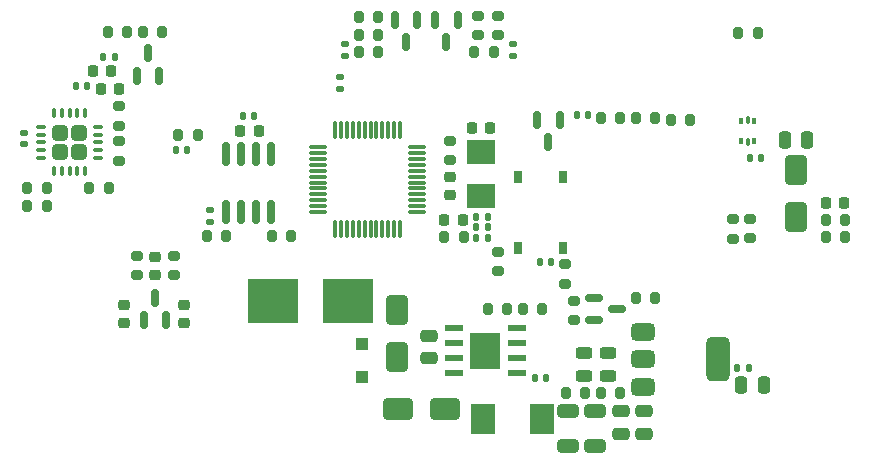
<source format=gbr>
%TF.GenerationSoftware,KiCad,Pcbnew,8.0.2-1*%
%TF.CreationDate,2024-05-26T17:37:46-04:00*%
%TF.ProjectId,checkpoint,63686563-6b70-46f6-996e-742e6b696361,v1.1*%
%TF.SameCoordinates,Original*%
%TF.FileFunction,Paste,Top*%
%TF.FilePolarity,Positive*%
%FSLAX46Y46*%
G04 Gerber Fmt 4.6, Leading zero omitted, Abs format (unit mm)*
G04 Created by KiCad (PCBNEW 8.0.2-1) date 2024-05-26 17:37:46*
%MOMM*%
%LPD*%
G01*
G04 APERTURE LIST*
G04 Aperture macros list*
%AMRoundRect*
0 Rectangle with rounded corners*
0 $1 Rounding radius*
0 $2 $3 $4 $5 $6 $7 $8 $9 X,Y pos of 4 corners*
0 Add a 4 corners polygon primitive as box body*
4,1,4,$2,$3,$4,$5,$6,$7,$8,$9,$2,$3,0*
0 Add four circle primitives for the rounded corners*
1,1,$1+$1,$2,$3*
1,1,$1+$1,$4,$5*
1,1,$1+$1,$6,$7*
1,1,$1+$1,$8,$9*
0 Add four rect primitives between the rounded corners*
20,1,$1+$1,$2,$3,$4,$5,0*
20,1,$1+$1,$4,$5,$6,$7,0*
20,1,$1+$1,$6,$7,$8,$9,0*
20,1,$1+$1,$8,$9,$2,$3,0*%
G04 Aperture macros list end*
%ADD10RoundRect,0.140000X0.140000X0.170000X-0.140000X0.170000X-0.140000X-0.170000X0.140000X-0.170000X0*%
%ADD11RoundRect,0.200000X0.275000X-0.200000X0.275000X0.200000X-0.275000X0.200000X-0.275000X-0.200000X0*%
%ADD12RoundRect,0.250000X0.475000X-0.250000X0.475000X0.250000X-0.475000X0.250000X-0.475000X-0.250000X0*%
%ADD13RoundRect,0.200000X0.200000X0.275000X-0.200000X0.275000X-0.200000X-0.275000X0.200000X-0.275000X0*%
%ADD14RoundRect,0.250000X-0.405000X0.405000X-0.405000X-0.405000X0.405000X-0.405000X0.405000X0.405000X0*%
%ADD15RoundRect,0.075000X-0.075000X0.337500X-0.075000X-0.337500X0.075000X-0.337500X0.075000X0.337500X0*%
%ADD16RoundRect,0.075000X-0.337500X0.075000X-0.337500X-0.075000X0.337500X-0.075000X0.337500X0.075000X0*%
%ADD17RoundRect,0.250000X-0.475000X0.250000X-0.475000X-0.250000X0.475000X-0.250000X0.475000X0.250000X0*%
%ADD18RoundRect,0.093750X-0.093750X0.156250X-0.093750X-0.156250X0.093750X-0.156250X0.093750X0.156250X0*%
%ADD19RoundRect,0.075000X-0.075000X0.250000X-0.075000X-0.250000X0.075000X-0.250000X0.075000X0.250000X0*%
%ADD20RoundRect,0.225000X0.225000X0.250000X-0.225000X0.250000X-0.225000X-0.250000X0.225000X-0.250000X0*%
%ADD21RoundRect,0.140000X-0.170000X0.140000X-0.170000X-0.140000X0.170000X-0.140000X0.170000X0.140000X0*%
%ADD22RoundRect,0.250000X0.650000X-1.000000X0.650000X1.000000X-0.650000X1.000000X-0.650000X-1.000000X0*%
%ADD23RoundRect,0.200000X-0.200000X-0.275000X0.200000X-0.275000X0.200000X0.275000X-0.200000X0.275000X0*%
%ADD24RoundRect,0.150000X0.150000X-0.587500X0.150000X0.587500X-0.150000X0.587500X-0.150000X-0.587500X0*%
%ADD25RoundRect,0.243750X-0.456250X0.243750X-0.456250X-0.243750X0.456250X-0.243750X0.456250X0.243750X0*%
%ADD26RoundRect,0.140000X-0.140000X-0.170000X0.140000X-0.170000X0.140000X0.170000X-0.140000X0.170000X0*%
%ADD27RoundRect,0.250000X-0.650000X0.325000X-0.650000X-0.325000X0.650000X-0.325000X0.650000X0.325000X0*%
%ADD28RoundRect,0.218750X0.218750X0.256250X-0.218750X0.256250X-0.218750X-0.256250X0.218750X-0.256250X0*%
%ADD29RoundRect,0.075000X0.662500X0.075000X-0.662500X0.075000X-0.662500X-0.075000X0.662500X-0.075000X0*%
%ADD30RoundRect,0.075000X0.075000X0.662500X-0.075000X0.662500X-0.075000X-0.662500X0.075000X-0.662500X0*%
%ADD31RoundRect,0.150000X-0.150000X0.587500X-0.150000X-0.587500X0.150000X-0.587500X0.150000X0.587500X0*%
%ADD32RoundRect,0.250000X-0.250000X-0.475000X0.250000X-0.475000X0.250000X0.475000X-0.250000X0.475000X0*%
%ADD33RoundRect,0.225000X-0.250000X0.225000X-0.250000X-0.225000X0.250000X-0.225000X0.250000X0.225000X0*%
%ADD34RoundRect,0.150000X-0.150000X0.825000X-0.150000X-0.825000X0.150000X-0.825000X0.150000X0.825000X0*%
%ADD35RoundRect,0.200000X-0.275000X0.200000X-0.275000X-0.200000X0.275000X-0.200000X0.275000X0.200000X0*%
%ADD36R,1.550000X0.600000*%
%ADD37R,2.600000X3.100000*%
%ADD38RoundRect,0.375000X-0.625000X-0.375000X0.625000X-0.375000X0.625000X0.375000X-0.625000X0.375000X0*%
%ADD39RoundRect,0.500000X-0.500000X-1.400000X0.500000X-1.400000X0.500000X1.400000X-0.500000X1.400000X0*%
%ADD40R,4.240000X3.810000*%
%ADD41R,2.000000X2.500000*%
%ADD42RoundRect,0.225000X-0.225000X-0.250000X0.225000X-0.250000X0.225000X0.250000X-0.225000X0.250000X0*%
%ADD43R,2.400000X2.000000*%
%ADD44RoundRect,0.225000X0.250000X-0.225000X0.250000X0.225000X-0.250000X0.225000X-0.250000X-0.225000X0*%
%ADD45R,0.750000X1.000000*%
%ADD46RoundRect,0.250000X1.000000X0.650000X-1.000000X0.650000X-1.000000X-0.650000X1.000000X-0.650000X0*%
%ADD47RoundRect,0.250000X-0.300000X0.300000X-0.300000X-0.300000X0.300000X-0.300000X0.300000X0.300000X0*%
%ADD48RoundRect,0.150000X-0.587500X-0.150000X0.587500X-0.150000X0.587500X0.150000X-0.587500X0.150000X0*%
G04 APERTURE END LIST*
D10*
%TO.C,C5*%
X19479592Y-5488882D03*
X18519592Y-5488882D03*
%TD*%
D11*
%TO.C,R23*%
X71810000Y-20885000D03*
X71810000Y-19235000D03*
%TD*%
D10*
%TO.C,C6*%
X17170000Y-7980000D03*
X16210000Y-7980000D03*
%TD*%
D12*
%TO.C,C27*%
X46140000Y-31010000D03*
X46140000Y-29110000D03*
%TD*%
D13*
%TO.C,R35*%
X55704592Y-26848882D03*
X54054592Y-26848882D03*
%TD*%
D10*
%TO.C,C4*%
X59569592Y-10388882D03*
X58609592Y-10388882D03*
%TD*%
D14*
%TO.C,U1*%
X16489592Y-11913293D03*
X14869592Y-11913293D03*
X16489592Y-13533293D03*
X14869592Y-13533293D03*
D15*
X16979592Y-10285793D03*
X16329592Y-10285793D03*
X15679592Y-10285793D03*
X15029592Y-10285793D03*
X14379592Y-10285793D03*
D16*
X13242092Y-11423293D03*
X13242092Y-12073293D03*
X13242092Y-12723293D03*
X13242092Y-13373293D03*
X13242092Y-14023293D03*
D15*
X14379592Y-15160793D03*
X15029592Y-15160793D03*
X15679592Y-15160793D03*
X16329592Y-15160793D03*
X16979592Y-15160793D03*
D16*
X18117092Y-14023293D03*
X18117092Y-13373293D03*
X18117092Y-12723293D03*
X18117092Y-12073293D03*
X18117092Y-11423293D03*
%TD*%
D13*
%TO.C,R10*%
X41805000Y-2147500D03*
X40155000Y-2147500D03*
%TD*%
D17*
%TO.C,C30*%
X62349592Y-35498882D03*
X62349592Y-37398882D03*
%TD*%
D13*
%TO.C,R13*%
X18985000Y-16560000D03*
X17335000Y-16560000D03*
%TD*%
D11*
%TO.C,R20*%
X24469592Y-24003882D03*
X24469592Y-22353882D03*
%TD*%
%TO.C,R26*%
X57620000Y-24725000D03*
X57620000Y-23075000D03*
%TD*%
%TO.C,R7*%
X50260000Y-3675000D03*
X50260000Y-2025000D03*
%TD*%
D18*
%TO.C,U4*%
X73632092Y-10948882D03*
D19*
X73094592Y-10873882D03*
D18*
X72557092Y-10948882D03*
X72557092Y-12648882D03*
D19*
X73094592Y-12723882D03*
D18*
X73632092Y-12648882D03*
%TD*%
D20*
%TO.C,C20*%
X51289592Y-11553882D03*
X49739592Y-11553882D03*
%TD*%
D21*
%TO.C,C3*%
X53180000Y-4430000D03*
X53180000Y-5390000D03*
%TD*%
D22*
%TO.C,D10*%
X43400000Y-30907500D03*
X43400000Y-26907500D03*
%TD*%
D10*
%TO.C,C1*%
X25619592Y-13380000D03*
X24659592Y-13380000D03*
%TD*%
D21*
%TO.C,C7*%
X11844592Y-11908882D03*
X11844592Y-12868882D03*
%TD*%
D23*
%TO.C,R8*%
X63624592Y-10648882D03*
X65274592Y-10648882D03*
%TD*%
D20*
%TO.C,C8*%
X31668668Y-11746607D03*
X30118668Y-11746607D03*
%TD*%
D24*
%TO.C,D5*%
X21944592Y-27771382D03*
X23844592Y-27771382D03*
X22894592Y-25896382D03*
%TD*%
D25*
%TO.C,D8*%
X61280000Y-30602500D03*
X61280000Y-32477500D03*
%TD*%
D26*
%TO.C,C18*%
X50110000Y-20860000D03*
X51070000Y-20860000D03*
%TD*%
D27*
%TO.C,C31*%
X60194592Y-35508882D03*
X60194592Y-38458882D03*
%TD*%
D13*
%TO.C,R34*%
X62305000Y-33950000D03*
X60655000Y-33950000D03*
%TD*%
D27*
%TO.C,C32*%
X57869592Y-35508882D03*
X57869592Y-38458882D03*
%TD*%
D28*
%TO.C,L2*%
X48987092Y-19278882D03*
X47412092Y-19278882D03*
%TD*%
D13*
%TO.C,R6*%
X41795000Y-3607500D03*
X40145000Y-3607500D03*
%TD*%
D11*
%TO.C,R21*%
X21369592Y-23983882D03*
X21369592Y-22333882D03*
%TD*%
D29*
%TO.C,U3*%
X45067092Y-18641382D03*
X45067092Y-18141382D03*
X45067092Y-17641382D03*
X45067092Y-17141382D03*
X45067092Y-16641382D03*
X45067092Y-16141382D03*
X45067092Y-15641382D03*
X45067092Y-15141382D03*
X45067092Y-14641382D03*
X45067092Y-14141382D03*
X45067092Y-13641382D03*
X45067092Y-13141382D03*
D30*
X43654592Y-11728882D03*
X43154592Y-11728882D03*
X42654592Y-11728882D03*
X42154592Y-11728882D03*
X41654592Y-11728882D03*
X41154592Y-11728882D03*
X40654592Y-11728882D03*
X40154592Y-11728882D03*
X39654592Y-11728882D03*
X39154592Y-11728882D03*
X38654592Y-11728882D03*
X38154592Y-11728882D03*
D29*
X36742092Y-13141382D03*
X36742092Y-13641382D03*
X36742092Y-14141382D03*
X36742092Y-14641382D03*
X36742092Y-15141382D03*
X36742092Y-15641382D03*
X36742092Y-16141382D03*
X36742092Y-16641382D03*
X36742092Y-17141382D03*
X36742092Y-17641382D03*
X36742092Y-18141382D03*
X36742092Y-18641382D03*
D30*
X38154592Y-20053882D03*
X38654592Y-20053882D03*
X39154592Y-20053882D03*
X39654592Y-20053882D03*
X40154592Y-20053882D03*
X40654592Y-20053882D03*
X41154592Y-20053882D03*
X41654592Y-20053882D03*
X42154592Y-20053882D03*
X42654592Y-20053882D03*
X43154592Y-20053882D03*
X43654592Y-20053882D03*
%TD*%
D13*
%TO.C,R28*%
X59345000Y-33950000D03*
X57695000Y-33950000D03*
%TD*%
D11*
%TO.C,R25*%
X51930000Y-23645000D03*
X51930000Y-21995000D03*
%TD*%
D13*
%TO.C,R29*%
X49024592Y-20738882D03*
X47374592Y-20738882D03*
%TD*%
D25*
%TO.C,D6*%
X59230000Y-30602500D03*
X59230000Y-32477500D03*
%TD*%
D13*
%TO.C,R12*%
X68235000Y-10830000D03*
X66585000Y-10830000D03*
%TD*%
%TO.C,R31*%
X65275000Y-25900000D03*
X63625000Y-25900000D03*
%TD*%
D23*
%TO.C,R24*%
X79675000Y-20750000D03*
X81325000Y-20750000D03*
%TD*%
D11*
%TO.C,R11*%
X51980000Y-3665000D03*
X51980000Y-2015000D03*
%TD*%
D13*
%TO.C,R33*%
X73925000Y-3520000D03*
X72275000Y-3520000D03*
%TD*%
%TO.C,R5*%
X23514592Y-3428882D03*
X21864592Y-3428882D03*
%TD*%
D22*
%TO.C,D7*%
X77140000Y-19090000D03*
X77140000Y-15090000D03*
%TD*%
D31*
%TO.C,D2*%
X45120000Y-2400000D03*
X43220000Y-2400000D03*
X44170000Y-4275000D03*
%TD*%
D32*
%TO.C,C25*%
X72530000Y-33270000D03*
X74430000Y-33270000D03*
%TD*%
D33*
%TO.C,C17*%
X47839592Y-15653882D03*
X47839592Y-17203882D03*
%TD*%
D10*
%TO.C,C14*%
X56460000Y-22880000D03*
X55500000Y-22880000D03*
%TD*%
D34*
%TO.C,U2*%
X32765000Y-13705000D03*
X31495000Y-13705000D03*
X30225000Y-13705000D03*
X28955000Y-13705000D03*
X28955000Y-18655000D03*
X30225000Y-18655000D03*
X31495000Y-18655000D03*
X32765000Y-18655000D03*
%TD*%
D31*
%TO.C,D3*%
X48522500Y-2392500D03*
X46622500Y-2392500D03*
X47572500Y-4267500D03*
%TD*%
D26*
%TO.C,C24*%
X73279592Y-14038882D03*
X74239592Y-14038882D03*
%TD*%
D21*
%TO.C,C10*%
X27544592Y-18478882D03*
X27544592Y-19438882D03*
%TD*%
D35*
%TO.C,R22*%
X73270000Y-19225000D03*
X73270000Y-20875000D03*
%TD*%
D11*
%TO.C,R17*%
X19830000Y-11315000D03*
X19830000Y-9665000D03*
%TD*%
D36*
%TO.C,U6*%
X53579592Y-32283882D03*
X53579592Y-31013882D03*
X53579592Y-29743882D03*
X53579592Y-28473882D03*
X48179592Y-28473882D03*
X48179592Y-29743882D03*
X48179592Y-31013882D03*
X48179592Y-32283882D03*
D37*
X50879592Y-30378882D03*
%TD*%
D26*
%TO.C,C22*%
X50110000Y-19020000D03*
X51070000Y-19020000D03*
%TD*%
D38*
%TO.C,U5*%
X64229592Y-28818882D03*
X64229592Y-31118882D03*
D39*
X70529592Y-31118882D03*
D38*
X64229592Y-33418882D03*
%TD*%
D26*
%TO.C,C26*%
X72210000Y-31820000D03*
X73170000Y-31820000D03*
%TD*%
D32*
%TO.C,C23*%
X76240000Y-12550000D03*
X78140000Y-12550000D03*
%TD*%
D13*
%TO.C,R18*%
X34435000Y-20650000D03*
X32785000Y-20650000D03*
%TD*%
D17*
%TO.C,C29*%
X64319592Y-35498882D03*
X64319592Y-37398882D03*
%TD*%
D35*
%TO.C,R16*%
X19844592Y-12625000D03*
X19844592Y-14275000D03*
%TD*%
D40*
%TO.C,F1*%
X39275000Y-26140000D03*
X32905000Y-26140000D03*
%TD*%
D35*
%TO.C,R32*%
X47839592Y-12603882D03*
X47839592Y-14253882D03*
%TD*%
D41*
%TO.C,L3*%
X50709592Y-36178882D03*
X55709592Y-36178882D03*
%TD*%
D26*
%TO.C,C28*%
X55079592Y-32698882D03*
X56039592Y-32698882D03*
%TD*%
D42*
%TO.C,C15*%
X79725000Y-17830000D03*
X81275000Y-17830000D03*
%TD*%
D43*
%TO.C,Y1*%
X50539592Y-17278882D03*
X50539592Y-13578882D03*
%TD*%
D21*
%TO.C,C19*%
X38540000Y-7220000D03*
X38540000Y-8180000D03*
%TD*%
D44*
%TO.C,C13*%
X20309592Y-28043882D03*
X20309592Y-26493882D03*
%TD*%
D23*
%TO.C,R2*%
X40145000Y-5087500D03*
X41795000Y-5087500D03*
%TD*%
D24*
%TO.C,D1*%
X21359592Y-7086382D03*
X23259592Y-7086382D03*
X22309592Y-5211382D03*
%TD*%
D26*
%TO.C,C21*%
X50120000Y-19940000D03*
X51080000Y-19940000D03*
%TD*%
D13*
%TO.C,R3*%
X51595000Y-5060000D03*
X49945000Y-5060000D03*
%TD*%
D20*
%TO.C,C16*%
X19204592Y-6678882D03*
X17654592Y-6678882D03*
%TD*%
D23*
%TO.C,R4*%
X60654592Y-10648882D03*
X62304592Y-10648882D03*
%TD*%
D45*
%TO.C,SW1*%
X53665000Y-21668882D03*
X53665000Y-15668882D03*
X57415000Y-21668882D03*
X57415000Y-15668882D03*
%TD*%
D13*
%TO.C,R36*%
X52704592Y-26858882D03*
X51054592Y-26858882D03*
%TD*%
D35*
%TO.C,R30*%
X58400000Y-26165000D03*
X58400000Y-27815000D03*
%TD*%
D33*
%TO.C,C12*%
X25369592Y-26483882D03*
X25369592Y-28033882D03*
%TD*%
D28*
%TO.C,L1*%
X19885000Y-8260000D03*
X18310000Y-8260000D03*
%TD*%
D21*
%TO.C,C2*%
X39030000Y-4440000D03*
X39030000Y-5400000D03*
%TD*%
D31*
%TO.C,D4*%
X57160000Y-10842500D03*
X55260000Y-10842500D03*
X56210000Y-12717500D03*
%TD*%
D23*
%TO.C,R15*%
X12069592Y-16583882D03*
X13719592Y-16583882D03*
%TD*%
D33*
%TO.C,C11*%
X22919592Y-22403882D03*
X22919592Y-23953882D03*
%TD*%
D13*
%TO.C,R19*%
X28915000Y-20630000D03*
X27265000Y-20630000D03*
%TD*%
D46*
%TO.C,D11*%
X47467500Y-35340000D03*
X43467500Y-35340000D03*
%TD*%
D10*
%TO.C,C9*%
X31324592Y-10533882D03*
X30364592Y-10533882D03*
%TD*%
D13*
%TO.C,R27*%
X81325000Y-19290000D03*
X79675000Y-19290000D03*
%TD*%
%TO.C,R1*%
X26505000Y-12130000D03*
X24855000Y-12130000D03*
%TD*%
D23*
%TO.C,R14*%
X12069592Y-18083882D03*
X13719592Y-18083882D03*
%TD*%
D47*
%TO.C,D9*%
X40440000Y-29772500D03*
X40440000Y-32572500D03*
%TD*%
D23*
%TO.C,R9*%
X18895000Y-3430000D03*
X20545000Y-3430000D03*
%TD*%
D48*
%TO.C,Q1*%
X60112500Y-25920000D03*
X60112500Y-27820000D03*
X61987500Y-26870000D03*
%TD*%
M02*

</source>
